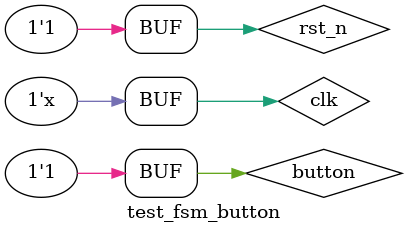
<source format=v>
module test_fsm_button;
    
    wire state;
    reg button;
    reg clk;
    reg rst_n;
    
    fsm_button U0 (state, button, clk, rst_n);
    
    always 
        #10 clk  = ~clk;
    
    initial
    begin
        clk = 0; rst_n = 1;
        #10 rst_n = 0;
        #10 rst_n = 1; button = 0;
        #20 button = 1;
        #20 button = 0;
        #20 button = 1;
    end
    
endmodule

</source>
